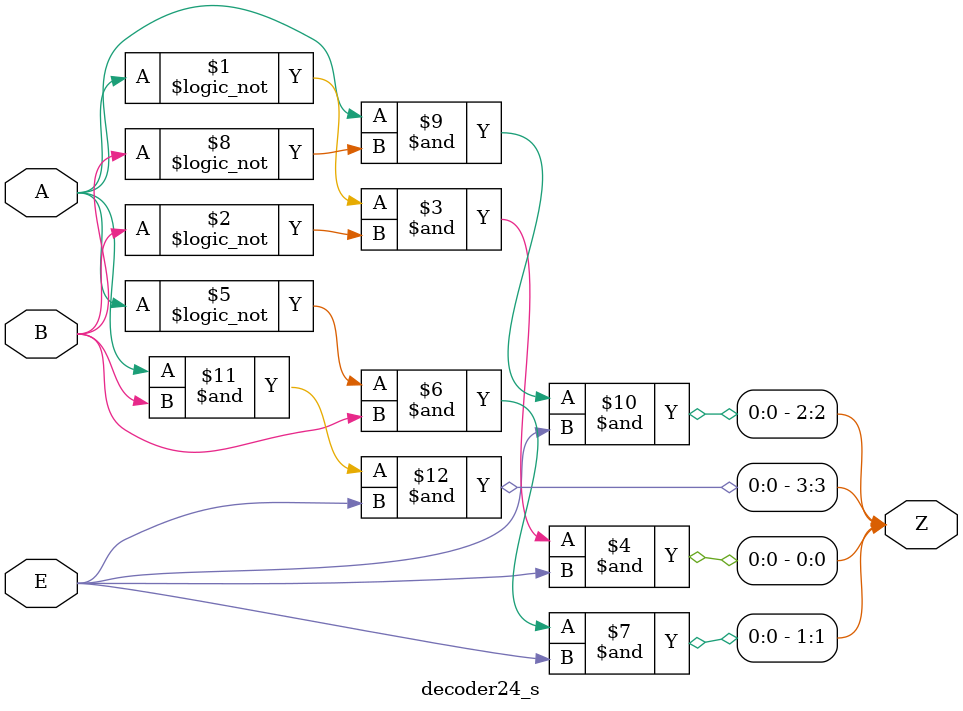
<source format=v>
module decoder38_b(
	input wire A,
	input wire B,
	input wire C,
	input wire E,
	output reg [0:7] Z );

always @(A,B,C, E)
begin

Z[0] <= E & ~A & ~B & ~C;
Z[1] <= E & ~A & ~B & C;
Z[2] <= E & !A & B & !C;
Z[3] <= E & !A & B & C;
Z[4] <= E & A & !B & !C;
Z[5] <= E & A & !B & C;
Z[6] <= E & A & B & !C;
Z[7] <= E & A & B & C;

end

endmodule

module decoder38_s(
	input wire A,
	input wire B,
	input wire C,
	input wire E,
	output wire [0:7] Z );

and(Z[0], !A, !B, !C, E);
and(Z[1], !A, !B, C, E);
and(Z[2], !A, B, !C, E);
and(Z[3], !A, B, C, E);
and(Z[4], A, !B, !C, E);
and(Z[5], A, !B, C, E);
and(Z[6], A, B, !C, E);
and(Z[7], A, B, C, E);

endmodule

module decoder24_b(
	input wire A,
	input wire B,
	input wire E,
	output reg [0:3] Z );

always @(A,B, E)
begin

Z[0] <= E & !A & !B;
Z[1] <= E & !A & B;
Z[2] <= E & A & !B;
Z[3] <= E & A & B;

end

endmodule

module decoder24_s(
	input wire A,
	input wire B,
	input wire E,
	output wire [0:3] Z );

and(Z[0], !A, !B, E);
and(Z[1], !A, B, E);
and(Z[2], A, !B, E);
and(Z[3], A, B, E);

endmodule


</source>
